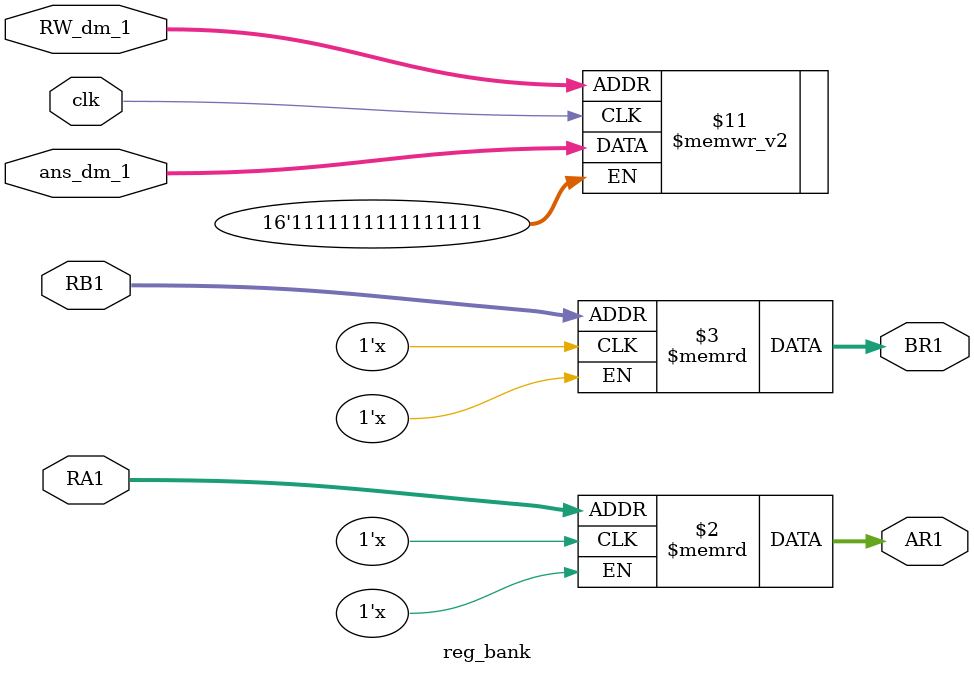
<source format=v>
`timescale 1ns / 1ps
module reg_bank(
    input [4:0] RA1,
    input [4:0] RB1,
    input [4:0] RW_dm_1,
    input clk,
    input [15:0] ans_dm_1,
    output [15:0] AR1,
    output [15:0] BR1
    );

reg [15:0] bank [31:0];

assign AR1 = bank[RA1];
assign BR1 = bank[RB1];

always @ (posedge clk)
begin 
	bank[RW_dm_1] <= ans_dm_1;
end			

endmodule

</source>
